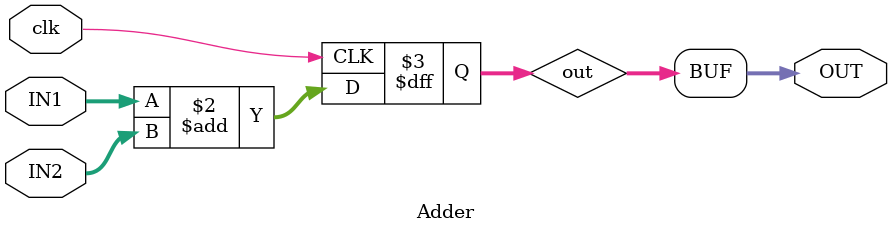
<source format=v>
`timescale 1ns / 1ps


module Adder(
    input clk,
    input [31:0] IN1,
    input [31:0] IN2,
    output [31:0] OUT
    );
    
    reg [31:0] out;
    assign OUT = out;
    
    always @(posedge clk) out = IN1 + IN2;
    
endmodule

</source>
